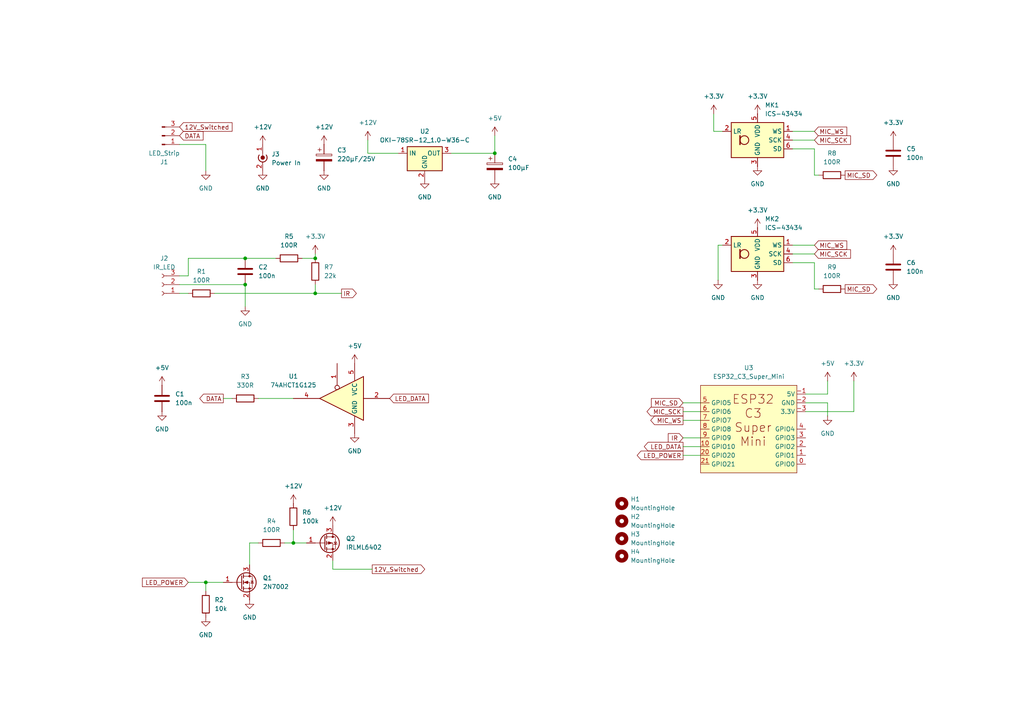
<source format=kicad_sch>
(kicad_sch (version 20250114) (generator "eeschema") (generator_version "9.0")
  (paper "A4")
  (lib_symbols
    (symbol "74xGxx:74AHCT1G125"
      (property "Reference" "U" (at -2.54 3.81 0))
      (property "Value" "74AHCT1G125" (at 0 -3.81 0))
      (symbol "74AHCT1G125_0_1"
        (polyline (pts (xy -7.62 6.35) (xy -7.62 -6.35) (xy 5.08 0) (xy -7.62 6.35)) (stroke (width 0.254)) (fill (type background)))
      )
      (symbol "74AHCT1G125_1_1"
        (pin input line (at -15.24 0 0) (length 7.62) (name "~") (number "2"))
        (pin power_in line (at -5.08 10.16 270) (length 5.08) (name "VCC") (number "5"))
        (pin power_in line (at -5.08 -10.16 90) (length 5.08) (name "GND") (number "3"))
        (pin input inverted (at 0 10.16 270) (length 7.62) (name "~") (number "1"))
        (pin tri_state line (at 12.7 0 180) (length 7.62) (name "~") (number "4"))
      )
    )
    (symbol "Connector:Conn_01x03_Pin" (pin_names (offset 1.016) (hide yes))
      (property "Reference" "J" (at 0 5.08 0))
      (property "Value" "Conn_01x03_Pin" (at 0 -5.08 0))
      (symbol "Conn_01x03_Pin_1_1"
        (rectangle (start 0.8636 2.667) (end 0 2.413) (stroke (width 0.1524)) (fill (type outline)))
        (rectangle (start 0.8636 0.127) (end 0 -0.127) (stroke (width 0.1524)) (fill (type outline)))
        (rectangle (start 0.8636 -2.413) (end 0 -2.667) (stroke (width 0.1524)) (fill (type outline)))
        (polyline (pts (xy 1.27 2.54) (xy 0.8636 2.54)) (stroke (width 0.1524)))
        (polyline (pts (xy 1.27 0) (xy 0.8636 0)) (stroke (width 0.1524)))
        (polyline (pts (xy 1.27 -2.54) (xy 0.8636 -2.54)) (stroke (width 0.1524)))
        (pin passive line (at 5.08 2.54 180) (length 3.81) (name "Pin_1") (number "1"))
        (pin passive line (at 5.08 0 180) (length 3.81) (name "Pin_2") (number "2"))
        (pin passive line (at 5.08 -2.54 180) (length 3.81) (name "Pin_3") (number "3"))
      )
    )
    (symbol "Connector:Conn_01x03_Socket" (pin_names (offset 1.016) (hide yes))
      (property "Reference" "J" (at 0 5.08 0))
      (property "Value" "Conn_01x03_Socket" (at 0 -5.08 0))
      (symbol "Conn_01x03_Socket_1_1"
        (polyline (pts (xy -1.27 2.54) (xy -0.508 2.54)) (stroke (width 0.1524)))
        (polyline (pts (xy -1.27 0) (xy -0.508 0)) (stroke (width 0.1524)))
        (polyline (pts (xy -1.27 -2.54) (xy -0.508 -2.54)) (stroke (width 0.1524)))
        (arc (start 0 2.032) (mid -0.5058 2.54) (end 0 3.048) (stroke (width 0.1524)))
        (arc (start 0 -0.508) (mid -0.5058 0) (end 0 0.508) (stroke (width 0.1524)))
        (arc (start 0 -3.048) (mid -0.5058 -2.54) (end 0 -2.032) (stroke (width 0.1524)))
        (pin passive line (at -5.08 2.54 0) (length 3.81) (name "Pin_1") (number "1"))
        (pin passive line (at -5.08 0 0) (length 3.81) (name "Pin_2") (number "2"))
        (pin passive line (at -5.08 -2.54 0) (length 3.81) (name "Pin_3") (number "3"))
      )
    )
    (symbol "Connector:Conn_Coaxial_Power" (pin_names (offset 1.016) (hide yes))
      (property "Reference" "J" (at -5.08 -1.27 90))
      (property "Value" "Conn_Coaxial_Power" (at -3.175 -1.27 90))
      (symbol "Conn_Coaxial_Power_0_1"
        (arc (start 1.016 -0.508) (mid 1.2048 -0.8684) (end 1.27 -1.27) (stroke (width 0.254)))
        (polyline (pts (xy 0 0) (xy 0 -1.27)))
        (arc (start 1.27 -1.27) (mid 0 -2.5345) (end -1.27 -1.27) (stroke (width 0.254)))
        (arc (start -1.27 -1.27) (mid -1.2048 -0.8684) (end -1.016 -0.508) (stroke (width 0.254)))
        (circle (center 0 -1.27) (radius 0.508) (stroke (width 0.2032)) (fill (type outline)))
        (polyline (pts (xy 0 -2.54) (xy 0 -3.048)))
      )
      (symbol "Conn_Coaxial_Power_1_1"
        (pin passive line (at 0 2.54 270) (length 2.54) (name "In") (number "1"))
        (pin passive line (at 0 -5.08 90) (length 2.54) (name "Ext") (number "2"))
      )
    )
    (symbol "Converter_DCDC:OKI-78SR-12_1.0-W36-C"
      (property "Reference" "U" (at -3.81 3.175 0))
      (property "Value" "OKI-78SR-12_1.0-W36-C" (at 0 3.175 0))
      (symbol "OKI-78SR-12_1.0-W36-C_0_1"
        (rectangle (start -5.08 1.905) (end 5.08 -5.08) (stroke (width 0.254)) (fill (type background)))
      )
      (symbol "OKI-78SR-12_1.0-W36-C_1_1"
        (pin power_in line (at -7.62 0 0) (length 2.54) (name "IN") (number "1"))
        (pin power_in line (at 0 -7.62 90) (length 2.54) (name "GND") (number "2"))
        (pin power_out line (at 7.62 0 180) (length 2.54) (name "OUT") (number "3"))
      )
    )
    (symbol "Device:C" (pin_numbers (hide yes)) (pin_names (offset 0.254))
      (property "Reference" "C" (at 0.635 2.54 0))
      (property "Value" "C" (at 0.635 -2.54 0))
      (symbol "C_0_1"
        (polyline (pts (xy -2.032 0.762) (xy 2.032 0.762)) (stroke (width 0.508)))
        (polyline (pts (xy -2.032 -0.762) (xy 2.032 -0.762)) (stroke (width 0.508)))
      )
      (symbol "C_1_1"
        (pin passive line (at 0 3.81 270) (length 2.794) (name "~") (number "1"))
        (pin passive line (at 0 -3.81 90) (length 2.794) (name "~") (number "2"))
      )
    )
    (symbol "Device:C_Polarized" (pin_numbers (hide yes)) (pin_names (offset 0.254))
      (property "Reference" "C" (at 0.635 2.54 0))
      (property "Value" "C_Polarized" (at 0.635 -2.54 0))
      (symbol "C_Polarized_0_1"
        (rectangle (start -2.286 0.508) (end 2.286 1.016))
        (polyline (pts (xy -1.778 2.286) (xy -0.762 2.286)))
        (polyline (pts (xy -1.27 2.794) (xy -1.27 1.778)))
        (rectangle (start 2.286 -0.508) (end -2.286 -1.016) (fill (type outline)))
      )
      (symbol "C_Polarized_1_1"
        (pin passive line (at 0 3.81 270) (length 2.794) (name "~") (number "1"))
        (pin passive line (at 0 -3.81 90) (length 2.794) (name "~") (number "2"))
      )
    )
    (symbol "Device:R" (pin_numbers (hide yes)) (pin_names (offset 0))
      (property "Reference" "R" (at 2.032 0 90))
      (property "Value" "R" (at 0 0 90))
      (symbol "R_0_1"
        (rectangle (start -1.016 -2.54) (end 1.016 2.54) (stroke (width 0.254)))
      )
      (symbol "R_1_1"
        (pin passive line (at 0 3.81 270) (length 1.27) (name "~") (number "1"))
        (pin passive line (at 0 -3.81 90) (length 1.27) (name "~") (number "2"))
      )
    )
    (symbol "ESP32-C3-SuperMini:ESP32_C2_Super_Mini"
      (property "Reference" "U1" (at -1.27 15.24 0))
      (property "Value" "ESP32_C3_Super_Mini" (at -1.27 12.7 0))
      (symbol "ESP32_C2_Super_Mini_0_1"
        (rectangle (start -15.24 10.16) (end 12.7 -15.24) (fill (type background)))
      )
      (symbol "ESP32_C2_Super_Mini_1_0"
        (text "ESP32\nC3\nSuper\nMini" (at 0 0 0) (effects (font (size 2.54 2.54))))
      )
      (symbol "ESP32_C2_Super_Mini_1_1"
        (pin bidirectional line (at -15.24 5.08 0) (length 2.54) (name "GPIO5") (number "5"))
        (pin bidirectional line (at -15.24 2.54 0) (length 2.54) (name "GPIO6") (number "6"))
        (pin bidirectional line (at -15.24 0 0) (length 2.54) (name "GPIO7") (number "7"))
        (pin bidirectional line (at -15.24 -2.54 0) (length 2.54) (name "GPIO8") (number "8"))
        (pin bidirectional line (at -15.24 -5.08 0) (length 2.54) (name "GPIO9") (number "9"))
        (pin bidirectional line (at -15.24 -7.62 0) (length 2.54) (name "GPIO10") (number "10"))
        (pin bidirectional line (at -15.24 -10.16 0) (length 2.54) (name "GPIO20") (number "20"))
        (pin bidirectional line (at -15.24 -12.7 0) (length 2.54) (name "GPIO21") (number "21"))
        (pin power_in line (at 15.24 7.62 180) (length 2.54) (name "5V") (number "-1"))
        (pin power_in line (at 15.24 5.08 180) (length 2.54) (name "GND") (number "-2"))
        (pin power_out line (at 15.24 2.54 180) (length 2.54) (name "3.3V") (number "-3"))
        (pin bidirectional line (at 15.24 -2.54 180) (length 2.54) (name "GPIO4") (number "4"))
        (pin bidirectional line (at 15.24 -5.08 180) (length 2.54) (name "GPIO3") (number "3"))
        (pin bidirectional line (at 15.24 -7.62 180) (length 2.54) (name "GPIO2") (number "2"))
        (pin bidirectional line (at 15.24 -10.16 180) (length 2.54) (name "GPIO1") (number "1"))
        (pin bidirectional line (at 15.24 -12.7 180) (length 2.54) (name "GPIO0") (number "0"))
      )
    )
    (symbol "Mechanical:MountingHole" (pin_names (offset 1.016)) (in_bom no)
      (property "Reference" "H" (at 0 5.08 0))
      (property "Value" "MountingHole" (at 0 3.175 0))
      (symbol "MountingHole_0_1"
        (circle (center 0 0) (radius 1.27) (stroke (width 1.27)))
      )
    )
    (symbol "Sensor_Audio:ICS-43434"
      (property "Reference" "MK" (at -7.62 6.35 0))
      (property "Value" "ICS-43434" (at 1.27 6.35 0))
      (symbol "ICS-43434_1_1"
        (rectangle (start -7.62 5.08) (end 7.62 -5.08) (stroke (width 0.254)) (fill (type background)))
        (polyline (pts (xy -5.08 1.27) (xy -5.08 -1.27)) (stroke (width 0.381)))
        (circle (center -3.81 0) (radius 1.27) (stroke (width 0.254)))
        (pin input line (at -10.16 2.54 0) (length 2.54) (name "LR") (number "2"))
        (pin power_in line (at 0 7.62 270) (length 2.54) (name "VDD") (number "5"))
        (pin power_in line (at 0 -7.62 90) (length 2.54) (name "GND") (number "3"))
        (pin input line (at 10.16 2.54 180) (length 2.54) (name "WS") (number "1"))
        (pin input line (at 10.16 0 180) (length 2.54) (name "SCK") (number "4"))
        (pin output line (at 10.16 -2.54 180) (length 2.54) (name "SD") (number "6"))
      )
    )
    (symbol "Transistor_FET:2N7002" (pin_names (offset 0) (hide yes))
      (property "Reference" "Q" (at 5.08 1.905 0))
      (property "Value" "2N7002" (at 5.08 0 0))
      (symbol "2N7002_0_1"
        (polyline (pts (xy 0.254 1.905) (xy 0.254 -1.905)) (stroke (width 0.254)))
        (polyline (pts (xy 0.254 0) (xy -2.54 0)))
        (polyline (pts (xy 0.762 2.286) (xy 0.762 1.27)) (stroke (width 0.254)))
        (polyline (pts (xy 0.762 0.508) (xy 0.762 -0.508)) (stroke (width 0.254)))
        (polyline (pts (xy 0.762 -1.27) (xy 0.762 -2.286)) (stroke (width 0.254)))
        (polyline (pts (xy 0.762 -1.778) (xy 3.302 -1.778) (xy 3.302 1.778) (xy 0.762 1.778)))
        (polyline (pts (xy 1.016 0) (xy 2.032 0.381) (xy 2.032 -0.381) (xy 1.016 0)) (fill (type outline)))
        (circle (center 1.651 0) (radius 2.794) (stroke (width 0.254)))
        (polyline (pts (xy 2.54 2.54) (xy 2.54 1.778)))
        (circle (center 2.54 1.778) (radius 0.254) (fill (type outline)))
        (circle (center 2.54 -1.778) (radius 0.254) (fill (type outline)))
        (polyline (pts (xy 2.54 -2.54) (xy 2.54 0) (xy 0.762 0)))
        (polyline (pts (xy 2.921 0.381) (xy 3.683 0.381)))
        (polyline (pts (xy 3.302 0.381) (xy 2.921 -0.254) (xy 3.683 -0.254) (xy 3.302 0.381)))
      )
      (symbol "2N7002_1_1"
        (pin input line (at -5.08 0 0) (length 2.54) (name "G") (number "1"))
        (pin passive line (at 2.54 5.08 270) (length 2.54) (name "D") (number "3"))
        (pin passive line (at 2.54 -5.08 90) (length 2.54) (name "S") (number "2"))
      )
    )
    (symbol "Transistor_FET:IRLML6402" (pin_names (hide yes))
      (property "Reference" "Q" (at 5.08 1.905 0))
      (property "Value" "IRLML6402" (at 5.08 0 0))
      (symbol "IRLML6402_0_1"
        (polyline (pts (xy 0.254 1.905) (xy 0.254 -1.905)) (stroke (width 0.254)))
        (polyline (pts (xy 0.254 0) (xy -2.54 0)))
        (polyline (pts (xy 0.762 2.286) (xy 0.762 1.27)) (stroke (width 0.254)))
        (polyline (pts (xy 0.762 1.778) (xy 3.302 1.778) (xy 3.302 -1.778) (xy 0.762 -1.778)))
        (polyline (pts (xy 0.762 0.508) (xy 0.762 -0.508)) (stroke (width 0.254)))
        (polyline (pts (xy 0.762 -1.27) (xy 0.762 -2.286)) (stroke (width 0.254)))
        (circle (center 1.651 0) (radius 2.794) (stroke (width 0.254)))
        (polyline (pts (xy 2.286 0) (xy 1.27 0.381) (xy 1.27 -0.381) (xy 2.286 0)) (fill (type outline)))
        (polyline (pts (xy 2.54 2.54) (xy 2.54 1.778)))
        (circle (center 2.54 1.778) (radius 0.254) (fill (type outline)))
        (circle (center 2.54 -1.778) (radius 0.254) (fill (type outline)))
        (polyline (pts (xy 2.54 -2.54) (xy 2.54 0) (xy 0.762 0)))
        (polyline (pts (xy 2.794 -0.508) (xy 2.921 -0.381) (xy 3.683 -0.381) (xy 3.81 -0.254)))
        (polyline (pts (xy 3.302 -0.381) (xy 2.921 0.254) (xy 3.683 0.254) (xy 3.302 -0.381)))
      )
      (symbol "IRLML6402_1_1"
        (pin input line (at -5.08 0 0) (length 2.54) (name "G") (number "1"))
        (pin passive line (at 2.54 5.08 270) (length 2.54) (name "D") (number "3"))
        (pin passive line (at 2.54 -5.08 90) (length 2.54) (name "S") (number "2"))
      )
    )
    (symbol "power:+12V" (power) (pin_numbers (hide yes)) (pin_names (offset 0) (hide yes))
      (property "Value" "+12V" (at 0 3.556 0))
      (symbol "+12V_0_1"
        (polyline (pts (xy -0.762 1.27) (xy 0 2.54)))
        (polyline (pts (xy 0 2.54) (xy 0.762 1.27)))
        (polyline (pts (xy 0 0) (xy 0 2.54)))
      )
      (symbol "+12V_1_1"
        (pin power_in line (at 0 0 90) (length 0) (name "~") (number "1"))
      )
    )
    (symbol "power:+3.3V" (power) (pin_numbers (hide yes)) (pin_names (offset 0) (hide yes))
      (property "Value" "+3.3V" (at 0 3.556 0))
      (symbol "+3.3V_0_1"
        (polyline (pts (xy -0.762 1.27) (xy 0 2.54)))
        (polyline (pts (xy 0 2.54) (xy 0.762 1.27)))
        (polyline (pts (xy 0 0) (xy 0 2.54)))
      )
      (symbol "+3.3V_1_1"
        (pin power_in line (at 0 0 90) (length 0) (name "~") (number "1"))
      )
    )
    (symbol "power:+5V" (power) (pin_numbers (hide yes)) (pin_names (offset 0) (hide yes))
      (property "Value" "+5V" (at 0 3.556 0))
      (symbol "+5V_0_1"
        (polyline (pts (xy -0.762 1.27) (xy 0 2.54)))
        (polyline (pts (xy 0 2.54) (xy 0.762 1.27)))
        (polyline (pts (xy 0 0) (xy 0 2.54)))
      )
      (symbol "+5V_1_1"
        (pin power_in line (at 0 0 90) (length 0) (name "~") (number "1"))
      )
    )
    (symbol "power:GND" (power) (pin_numbers (hide yes)) (pin_names (offset 0) (hide yes))
      (property "Value" "GND" (at 0 -3.81 0))
      (symbol "GND_0_1"
        (polyline (pts (xy 0 0) (xy 0 -1.27) (xy 1.27 -1.27) (xy 0 -2.54) (xy -1.27 -1.27) (xy 0 -1.27)))
      )
      (symbol "GND_1_1"
        (pin power_in line (at 0 0 270) (length 0) (name "~") (number "1"))
      )
    )
  )
  (junction (at 91.44 85.09))
  (junction (at 91.44 74.93))
  (junction (at 59.69 168.91))
  (junction (at 143.51 44.45))
  (junction (at 71.12 74.93))
  (junction (at 85.09 157.48))
  (junction (at 71.12 82.55))
  (wire (pts (xy 74.93 115.57) (xy 85.09 115.57)))
  (wire (pts (xy 207.01 38.1) (xy 209.55 38.1)))
  (wire (pts (xy 106.68 44.45) (xy 106.68 40.64)))
  (wire (pts (xy 130.81 44.45) (xy 143.51 44.45)))
  (wire (pts (xy 237.49 50.8) (xy 236.22 50.8)))
  (wire (pts (xy 209.55 71.12) (xy 208.28 71.12)))
  (wire (pts (xy 107.95 165.1) (xy 96.52 165.1)))
  (wire (pts (xy 233.68 116.84) (xy 240.03 116.84)))
  (wire (pts (xy 229.87 73.66) (xy 236.22 73.66)))
  (wire (pts (xy 59.69 168.91) (xy 59.69 171.45)))
  (wire (pts (xy 72.39 157.48) (xy 72.39 163.83)))
  (wire (pts (xy 52.07 80.01) (xy 54.61 80.01)))
  (wire (pts (xy 96.52 165.1) (xy 96.52 162.56)))
  (wire (pts (xy 236.22 83.82) (xy 236.22 76.2)))
  (wire (pts (xy 198.12 132.08) (xy 203.2 132.08)))
  (wire (pts (xy 52.07 82.55) (xy 71.12 82.55)))
  (wire (pts (xy 240.03 114.3) (xy 233.68 114.3)))
  (wire (pts (xy 236.22 50.8) (xy 236.22 43.18)))
  (wire (pts (xy 91.44 82.55) (xy 91.44 85.09)))
  (wire (pts (xy 67.31 115.57) (xy 64.77 115.57)))
  (wire (pts (xy 99.06 85.09) (xy 91.44 85.09)))
  (wire (pts (xy 52.07 85.09) (xy 54.61 85.09)))
  (wire (pts (xy 208.28 71.12) (xy 208.28 81.28)))
  (wire (pts (xy 71.12 82.55) (xy 71.12 88.9)))
  (wire (pts (xy 229.87 38.1) (xy 236.22 38.1)))
  (wire (pts (xy 198.12 119.38) (xy 203.2 119.38)))
  (wire (pts (xy 229.87 71.12) (xy 236.22 71.12)))
  (wire (pts (xy 207.01 33.02) (xy 207.01 38.1)))
  (wire (pts (xy 85.09 157.48) (xy 85.09 153.67)))
  (wire (pts (xy 54.61 74.93) (xy 54.61 80.01)))
  (wire (pts (xy 240.03 110.49) (xy 240.03 114.3)))
  (wire (pts (xy 229.87 40.64) (xy 236.22 40.64)))
  (wire (pts (xy 229.87 43.18) (xy 236.22 43.18)))
  (wire (pts (xy 82.55 157.48) (xy 85.09 157.48)))
  (wire (pts (xy 198.12 121.92) (xy 203.2 121.92)))
  (wire (pts (xy 54.61 168.91) (xy 59.69 168.91)))
  (wire (pts (xy 198.12 127) (xy 203.2 127)))
  (wire (pts (xy 80.01 74.93) (xy 71.12 74.93)))
  (wire (pts (xy 59.69 41.91) (xy 59.69 49.53)))
  (wire (pts (xy 115.57 44.45) (xy 106.68 44.45)))
  (wire (pts (xy 64.77 168.91) (xy 59.69 168.91)))
  (wire (pts (xy 91.44 74.93) (xy 87.63 74.93)))
  (wire (pts (xy 91.44 85.09) (xy 62.23 85.09)))
  (wire (pts (xy 143.51 44.45) (xy 143.51 39.37)))
  (wire (pts (xy 233.68 119.38) (xy 247.65 119.38)))
  (wire (pts (xy 247.65 119.38) (xy 247.65 110.49)))
  (wire (pts (xy 74.93 157.48) (xy 72.39 157.48)))
  (wire (pts (xy 198.12 129.54) (xy 203.2 129.54)))
  (wire (pts (xy 198.12 116.84) (xy 203.2 116.84)))
  (wire (pts (xy 237.49 83.82) (xy 236.22 83.82)))
  (wire (pts (xy 91.44 73.66) (xy 91.44 74.93)))
  (wire (pts (xy 88.9 157.48) (xy 85.09 157.48)))
  (wire (pts (xy 229.87 76.2) (xy 236.22 76.2)))
  (wire (pts (xy 52.07 41.91) (xy 59.69 41.91)))
  (wire (pts (xy 54.61 74.93) (xy 71.12 74.93)))
  (wire (pts (xy 240.03 116.84) (xy 240.03 120.65)))
  (global_label "LED_POWER" (shape input) (at 54.61 168.91 180) (property "Intersheetrefs" "${INTERSHEET_REFS}" (effects (hide yes))))
  (global_label "MIC_SCK" (shape input) (at 236.22 73.66 0) (property "Intersheetrefs" "${INTERSHEET_REFS}" (effects (hide yes))))
  (global_label "DATA" (shape output) (at 64.77 115.57 180) (property "Intersheetrefs" "${INTERSHEET_REFS}" (effects (hide yes))))
  (global_label "MIC_SD" (shape output) (at 245.11 50.8 0) (property "Intersheetrefs" "${INTERSHEET_REFS}" (effects (hide yes))))
  (global_label "LED_DATA" (shape input) (at 113.03 115.57 0) (property "Intersheetrefs" "${INTERSHEET_REFS}" (effects (hide yes))))
  (global_label "LED_DATA" (shape output) (at 198.12 129.54 180) (property "Intersheetrefs" "${INTERSHEET_REFS}" (effects (hide yes))))
  (global_label "12V_Switched" (shape output) (at 107.95 165.1 0) (property "Intersheetrefs" "${INTERSHEET_REFS}" (effects (hide yes))))
  (global_label "MIC_SCK" (shape output) (at 198.12 119.38 180) (property "Intersheetrefs" "${INTERSHEET_REFS}" (effects (hide yes))))
  (global_label "MIC_SD" (shape output) (at 245.11 83.82 0) (property "Intersheetrefs" "${INTERSHEET_REFS}" (effects (hide yes))))
  (global_label "MIC_WS" (shape output) (at 198.12 121.92 180) (property "Intersheetrefs" "${INTERSHEET_REFS}" (effects (hide yes))))
  (global_label "MIC_SD" (shape input) (at 198.12 116.84 180) (property "Intersheetrefs" "${INTERSHEET_REFS}" (effects (hide yes))))
  (global_label "MIC_WS" (shape input) (at 236.22 71.12 0) (property "Intersheetrefs" "${INTERSHEET_REFS}" (effects (hide yes))))
  (global_label "MIC_SCK" (shape input) (at 236.22 40.64 0) (property "Intersheetrefs" "${INTERSHEET_REFS}" (effects (hide yes))))
  (global_label "IR" (shape input) (at 198.12 127 180) (property "Intersheetrefs" "${INTERSHEET_REFS}" (effects (hide yes))))
  (global_label "DATA" (shape input) (at 52.07 39.37 0) (property "Intersheetrefs" "${INTERSHEET_REFS}" (effects (hide yes))))
  (global_label "MIC_WS" (shape input) (at 236.22 38.1 0) (property "Intersheetrefs" "${INTERSHEET_REFS}" (effects (hide yes))))
  (global_label "LED_POWER" (shape output) (at 198.12 132.08 180) (property "Intersheetrefs" "${INTERSHEET_REFS}" (effects (hide yes))))
  (global_label "IR" (shape output) (at 99.06 85.09 0) (property "Intersheetrefs" "${INTERSHEET_REFS}" (effects (hide yes))))
  (global_label "12V_Switched" (shape input) (at 52.07 36.83 0) (property "Intersheetrefs" "${INTERSHEET_REFS}" (effects (hide yes))))
  (symbol (lib_id "Connector:Conn_01x03_Pin") (at 46.99 39.37 0) (mirror x) (unit 1)
    (property "Reference" "J1" (at 47.625 46.99 0))
    (property "Value" "LED_Strip" (at 47.625 44.45 0))
    (property "Footprint" "Connector_JST:JST_PH_S3B-PH-SM4-TB_1x03-1MP_P2.00mm_Horizontal" (effects (hide yes)))
    (property "Description" "Generic connector, single row, 01x03, script generated" (effects (hide yes)))
  )
  (symbol (lib_id "Sensor_Audio:ICS-43434") (at 219.71 73.66 0) (unit 1)
    (property "Reference" "MK2" (at 221.8533 63.5 0) (effects (justify left)))
    (property "Value" "ICS-43434" (at 221.8533 66.04 0) (effects (justify left)))
    (property "Footprint" "Sensor_Audio:InvenSense_ICS-43434-6_3.5x2.65mm" (effects (hide yes)))
    (property "Datasheet" "https://www.invensense.com/wp-content/uploads/2016/02/DS-000069-ICS-43434-v1.2.pdf" (effects (hide yes)))
    (property "Description" "TDK InvenSense MEMS Microphone, 24-bit I2S, 65 dBA SNR, LGA-6" (effects (hide yes)))
  )
  (symbol (lib_id "power:+12V") (at 76.2 41.91 0) (unit 1)
    (property "Reference" "#PWR07" (effects (hide yes)))
    (property "Value" "+12V" (at 76.2 36.83 0))
    (property "Description" "Power symbol creates a global label with name \"+12V\"" (effects (hide yes)))
  )
  (symbol (lib_id "power:+12V") (at 96.52 152.4 0) (unit 1)
    (property "Reference" "#PWR013" (effects (hide yes)))
    (property "Value" "+12V" (at 96.52 147.32 0))
    (property "Description" "Power symbol creates a global label with name \"+12V\"" (effects (hide yes)))
  )
  (symbol (lib_id "power:+12V") (at 85.09 146.05 0) (unit 1)
    (property "Reference" "#PWR09" (effects (hide yes)))
    (property "Value" "+12V" (at 85.09 140.97 0))
    (property "Description" "Power symbol creates a global label with name \"+12V\"" (effects (hide yes)))
  )
  (symbol (lib_id "Transistor_FET:2N7002") (at 69.85 168.91 0) (unit 1)
    (property "Reference" "Q1" (at 76.2 167.6399 0) (effects (justify left)))
    (property "Value" "2N7002" (at 76.2 170.1799 0) (effects (justify left)))
    (property "Footprint" "Package_TO_SOT_SMD:SOT-23" (effects (hide yes)))
    (property "Datasheet" "https://www.onsemi.com/pub/Collateral/NDS7002A-D.PDF" (effects (hide yes)))
    (property "Description" "0.115A Id, 60V Vds, N-Channel MOSFET, SOT-23" (effects (hide yes)))
  )
  (symbol (lib_id "Device:C") (at 46.99 115.57 0) (unit 1)
    (property "Reference" "C1" (at 50.8 114.2999 0) (effects (justify left)))
    (property "Value" "100n" (at 50.8 116.8399 0) (effects (justify left)))
    (property "Footprint" "Capacitor_SMD:C_0805_2012Metric" (effects (hide yes)))
    (property "Description" "Unpolarized capacitor" (effects (hide yes)))
  )
  (symbol (lib_id "Mechanical:MountingHole") (at 180.34 151.13 0) (unit 1) (in_bom no)
    (property "Reference" "H2" (at 182.88 149.8599 0) (effects (justify left)))
    (property "Value" "MountingHole" (at 182.88 152.3999 0) (effects (justify left)))
    (property "Footprint" "MountingHole:MountingHole_2.1mm" (effects (hide yes)))
    (property "Description" "Mounting Hole without connection" (effects (hide yes)))
  )
  (symbol (lib_id "Device:C") (at 71.12 78.74 0) (unit 1)
    (property "Reference" "C2" (at 74.93 77.4699 0) (effects (justify left)))
    (property "Value" "100n" (at 74.93 80.0099 0) (effects (justify left)))
    (property "Footprint" "Capacitor_SMD:C_0805_2012Metric" (effects (hide yes)))
    (property "Description" "Unpolarized capacitor" (effects (hide yes)))
  )
  (symbol (lib_id "power:+3.3V") (at 259.08 40.64 0) (unit 1)
    (property "Reference" "#PWR029" (effects (hide yes)))
    (property "Value" "+3.3V" (at 259.08 35.56 0))
    (property "Description" "Power symbol creates a global label with name \"+3.3V\"" (effects (hide yes)))
  )
  (symbol (lib_id "74xGxx:74AHCT1G125") (at 97.79 115.57 0) (mirror y) (unit 1)
    (property "Reference" "U1" (at 85.09 109.1498 0))
    (property "Value" "74AHCT1G125" (at 85.09 111.6898 0))
    (property "Footprint" "Package_TO_SOT_SMD:SOT-353_SC-70-5" (effects (hide yes)))
    (property "Datasheet" "http://www.ti.com/lit/sg/scyt129e/scyt129e.pdf" (effects (hide yes)))
    (property "Description" "Single Buffer Gate Tri-State, Low-Voltage CMOS" (effects (hide yes)))
  )
  (symbol (lib_id "Device:R") (at 78.74 157.48 270) (unit 1)
    (property "Reference" "R4" (at 78.74 151.13 90))
    (property "Value" "100R" (at 78.74 153.67 90))
    (property "Footprint" "Resistor_SMD:R_0805_2012Metric" (effects (hide yes)))
    (property "Description" "Resistor" (effects (hide yes)))
  )
  (symbol (lib_id "power:+5V") (at 240.03 110.49 0) (unit 1)
    (property "Reference" "#PWR026" (effects (hide yes)))
    (property "Value" "+5V" (at 240.03 105.41 0))
    (property "Description" "Power symbol creates a global label with name \"+5V\"" (effects (hide yes)))
  )
  (symbol (lib_id "power:GND") (at 123.19 52.07 0) (unit 1)
    (property "Reference" "#PWR017" (effects (hide yes)))
    (property "Value" "GND" (at 123.19 57.15 0))
    (property "Description" "Power symbol creates a global label with name \"GND\" , ground" (effects (hide yes)))
  )
  (symbol (lib_id "power:+5V") (at 46.99 111.76 0) (unit 1)
    (property "Reference" "#PWR01" (effects (hide yes)))
    (property "Value" "+5V" (at 46.99 106.68 0))
    (property "Description" "Power symbol creates a global label with name \"+5V\"" (effects (hide yes)))
  )
  (symbol (lib_id "power:+3.3V") (at 259.08 73.66 0) (unit 1)
    (property "Reference" "#PWR031" (effects (hide yes)))
    (property "Value" "+3.3V" (at 259.08 68.58 0))
    (property "Description" "Power symbol creates a global label with name \"+3.3V\"" (effects (hide yes)))
  )
  (symbol (lib_id "power:+3.3V") (at 91.44 73.66 0) (unit 1)
    (property "Reference" "#PWR010" (effects (hide yes)))
    (property "Value" "+3.3V" (at 91.44 68.58 0))
    (property "Description" "Power symbol creates a global label with name \"+3.3V\"" (effects (hide yes)))
  )
  (symbol (lib_id "power:GND") (at 240.03 120.65 0) (unit 1)
    (property "Reference" "#PWR027" (effects (hide yes)))
    (property "Value" "GND" (at 240.03 125.73 0))
    (property "Description" "Power symbol creates a global label with name \"GND\" , ground" (effects (hide yes)))
  )
  (symbol (lib_id "power:GND") (at 259.08 81.28 0) (unit 1)
    (property "Reference" "#PWR032" (effects (hide yes)))
    (property "Value" "GND" (at 259.08 86.36 0))
    (property "Description" "Power symbol creates a global label with name \"GND\" , ground" (effects (hide yes)))
  )
  (symbol (lib_id "Device:R") (at 59.69 175.26 0) (unit 1)
    (property "Reference" "R2" (at 62.23 173.9899 0) (effects (justify left)))
    (property "Value" "10k" (at 62.23 176.5299 0) (effects (justify left)))
    (property "Footprint" "Resistor_SMD:R_0805_2012Metric" (effects (hide yes)))
    (property "Description" "Resistor" (effects (hide yes)))
  )
  (symbol (lib_id "power:+3.3V") (at 207.01 33.02 0) (unit 1)
    (property "Reference" "#PWR020" (effects (hide yes)))
    (property "Value" "+3.3V" (at 207.01 27.94 0))
    (property "Description" "Power symbol creates a global label with name \"+3.3V\"" (effects (hide yes)))
  )
  (symbol (lib_id "power:GND") (at 46.99 119.38 0) (unit 1)
    (property "Reference" "#PWR02" (effects (hide yes)))
    (property "Value" "GND" (at 46.99 124.46 0))
    (property "Description" "Power symbol creates a global label with name \"GND\" , ground" (effects (hide yes)))
  )
  (symbol (lib_id "power:GND") (at 102.87 125.73 0) (unit 1)
    (property "Reference" "#PWR015" (effects (hide yes)))
    (property "Value" "GND" (at 102.87 130.81 0))
    (property "Description" "Power symbol creates a global label with name \"GND\" , ground" (effects (hide yes)))
  )
  (symbol (lib_id "Device:C") (at 259.08 77.47 0) (unit 1)
    (property "Reference" "C6" (at 262.89 76.1999 0) (effects (justify left)))
    (property "Value" "100n" (at 262.89 78.7399 0) (effects (justify left)))
    (property "Footprint" "Capacitor_SMD:C_0805_2012Metric" (effects (hide yes)))
    (property "Description" "Unpolarized capacitor" (effects (hide yes)))
  )
  (symbol (lib_id "power:+12V") (at 106.68 40.64 0) (unit 1)
    (property "Reference" "#PWR016" (effects (hide yes)))
    (property "Value" "+12V" (at 106.68 35.56 0))
    (property "Description" "Power symbol creates a global label with name \"+12V\"" (effects (hide yes)))
  )
  (symbol (lib_id "power:+5V") (at 102.87 105.41 0) (unit 1)
    (property "Reference" "#PWR014" (effects (hide yes)))
    (property "Value" "+5V" (at 102.87 100.33 0))
    (property "Description" "Power symbol creates a global label with name \"+5V\"" (effects (hide yes)))
  )
  (symbol (lib_id "Sensor_Audio:ICS-43434") (at 219.71 40.64 0) (unit 1)
    (property "Reference" "MK1" (at 221.8533 30.48 0) (effects (justify left)))
    (property "Value" "ICS-43434" (at 221.8533 33.02 0) (effects (justify left)))
    (property "Footprint" "Sensor_Audio:InvenSense_ICS-43434-6_3.5x2.65mm" (effects (hide yes)))
    (property "Datasheet" "https://www.invensense.com/wp-content/uploads/2016/02/DS-000069-ICS-43434-v1.2.pdf" (effects (hide yes)))
    (property "Description" "TDK InvenSense MEMS Microphone, 24-bit I2S, 65 dBA SNR, LGA-6" (effects (hide yes)))
  )
  (symbol (lib_id "Connector:Conn_01x03_Socket") (at 46.99 82.55 180) (unit 1)
    (property "Reference" "J2" (at 47.625 74.93 0))
    (property "Value" "IR_LED" (at 47.625 77.47 0))
    (property "Footprint" "Connector_PinSocket_2.54mm:PinSocket_1x03_P2.54mm_Horizontal" (effects (hide yes)))
    (property "Description" "Generic connector, single row, 01x03, script generated" (effects (hide yes)))
  )
  (symbol (lib_id "power:+12V") (at 93.98 41.91 0) (unit 1)
    (property "Reference" "#PWR011" (effects (hide yes)))
    (property "Value" "+12V" (at 93.98 36.83 0))
    (property "Description" "Power symbol creates a global label with name \"+12V\"" (effects (hide yes)))
  )
  (symbol (lib_id "power:GND") (at 219.71 81.28 0) (unit 1)
    (property "Reference" "#PWR025" (effects (hide yes)))
    (property "Value" "GND" (at 219.71 86.36 0))
    (property "Description" "Power symbol creates a global label with name \"GND\" , ground" (effects (hide yes)))
  )
  (symbol (lib_id "Device:R") (at 241.3 83.82 90) (unit 1)
    (property "Reference" "R9" (at 241.3 77.47 90))
    (property "Value" "100R" (at 241.3 80.01 90))
    (property "Footprint" "Resistor_SMD:R_0805_2012Metric" (effects (hide yes)))
    (property "Description" "Resistor" (effects (hide yes)))
  )
  (symbol (lib_id "Mechanical:MountingHole") (at 180.34 146.05 0) (unit 1) (in_bom no)
    (property "Reference" "H1" (at 182.88 144.7799 0) (effects (justify left)))
    (property "Value" "MountingHole" (at 182.88 147.3199 0) (effects (justify left)))
    (property "Footprint" "MountingHole:MountingHole_2.1mm" (effects (hide yes)))
    (property "Description" "Mounting Hole without connection" (effects (hide yes)))
  )
  (symbol (lib_id "power:GND") (at 259.08 48.26 0) (unit 1)
    (property "Reference" "#PWR030" (effects (hide yes)))
    (property "Value" "GND" (at 259.08 53.34 0))
    (property "Description" "Power symbol creates a global label with name \"GND\" , ground" (effects (hide yes)))
  )
  (symbol (lib_id "Device:R") (at 241.3 50.8 90) (unit 1)
    (property "Reference" "R8" (at 241.3 44.45 90))
    (property "Value" "100R" (at 241.3 46.99 90))
    (property "Footprint" "Resistor_SMD:R_0805_2012Metric" (effects (hide yes)))
    (property "Description" "Resistor" (effects (hide yes)))
  )
  (symbol (lib_id "power:+5V") (at 143.51 39.37 0) (unit 1)
    (property "Reference" "#PWR018" (effects (hide yes)))
    (property "Value" "+5V" (at 143.51 34.29 0))
    (property "Description" "Power symbol creates a global label with name \"+5V\"" (effects (hide yes)))
  )
  (symbol (lib_id "Converter_DCDC:OKI-78SR-12_1.0-W36-C") (at 123.19 44.45 0) (unit 1)
    (property "Reference" "U2" (at 123.19 38.1 0))
    (property "Value" "OKI-78SR-12_1.0-W36-C" (at 123.19 40.64 0))
    (property "Footprint" "Converter_DCDC:Converter_DCDC_Murata_OKI-78SR_Vertical" (effects (hide yes)))
    (property "Datasheet" "https://power.murata.com/data/power/oki-78sr.pdf" (effects (hide yes)))
    (property "Description" "1.0A Step-Down DC/DC-Regulator, 15-36V input, 12V fixed Output Voltage, LM78xx replacement, -40°C to +85°C, OKI-78SR_Vertical" (effects (hide yes)))
  )
  (symbol (lib_id "Device:R") (at 83.82 74.93 90) (unit 1)
    (property "Reference" "R5" (at 83.82 68.58 90))
    (property "Value" "100R" (at 83.82 71.12 90))
    (property "Footprint" "Resistor_SMD:R_0805_2012Metric" (effects (hide yes)))
    (property "Description" "Resistor" (effects (hide yes)))
  )
  (symbol (lib_id "Device:R") (at 58.42 85.09 90) (unit 1)
    (property "Reference" "R1" (at 58.42 78.74 90))
    (property "Value" "100R" (at 58.42 81.28 90))
    (property "Footprint" "Resistor_SMD:R_0805_2012Metric" (effects (hide yes)))
    (property "Description" "Resistor" (effects (hide yes)))
  )
  (symbol (lib_id "power:GND") (at 93.98 49.53 0) (unit 1)
    (property "Reference" "#PWR012" (effects (hide yes)))
    (property "Value" "GND" (at 93.98 54.61 0))
    (property "Description" "Power symbol creates a global label with name \"GND\" , ground" (effects (hide yes)))
  )
  (symbol (lib_id "power:+3.3V") (at 219.71 66.04 0) (unit 1)
    (property "Reference" "#PWR024" (effects (hide yes)))
    (property "Value" "+3.3V" (at 219.71 60.96 0))
    (property "Description" "Power symbol creates a global label with name \"+3.3V\"" (effects (hide yes)))
  )
  (symbol (lib_id "power:GND") (at 143.51 52.07 0) (unit 1)
    (property "Reference" "#PWR019" (effects (hide yes)))
    (property "Value" "GND" (at 143.51 57.15 0))
    (property "Description" "Power symbol creates a global label with name \"GND\" , ground" (effects (hide yes)))
  )
  (symbol (lib_id "Device:C_Polarized") (at 143.51 48.26 0) (unit 1)
    (property "Reference" "C4" (at 147.32 46.1009 0) (effects (justify left)))
    (property "Value" "100µF" (at 147.32 48.6409 0) (effects (justify left)))
    (property "Footprint" "Capacitor_SMD:CP_Elec_6.3x5.4" (effects (hide yes)))
    (property "Description" "Polarized capacitor" (effects (hide yes)))
    (property "LCSC" "C4747964" (effects (hide yes)))
  )
  (symbol (lib_id "Connector:Conn_Coaxial_Power") (at 76.2 44.45 0) (unit 1)
    (property "Reference" "J3" (at 78.74 44.7039 0) (effects (justify left)))
    (property "Value" "Power In" (at 78.74 47.2439 0) (effects (justify left)))
    (property "Footprint" "Connector_BarrelJack:BarrelJack_CUI_PJ-079BH_Horizontal" (effects (hide yes)))
    (property "Description" "coaxial connector (BNC, SMA, SMB, SMC, Cinch/RCA, LEMO, ...)" (effects (hide yes)))
  )
  (symbol (lib_id "Device:R") (at 85.09 149.86 180) (unit 1)
    (property "Reference" "R6" (at 87.63 148.5899 0) (effects (justify right)))
    (property "Value" "100k" (at 87.63 151.1299 0) (effects (justify right)))
    (property "Footprint" "Resistor_SMD:R_0805_2012Metric" (effects (hide yes)))
    (property "Description" "Resistor" (effects (hide yes)))
  )
  (symbol (lib_id "Device:R") (at 71.12 115.57 90) (unit 1)
    (property "Reference" "R3" (at 71.12 109.22 90))
    (property "Value" "330R" (at 71.12 111.76 90))
    (property "Footprint" "Resistor_SMD:R_0805_2012Metric" (effects (hide yes)))
    (property "Description" "Resistor" (effects (hide yes)))
  )
  (symbol (lib_id "power:GND") (at 72.39 173.99 0) (unit 1)
    (property "Reference" "#PWR06" (effects (hide yes)))
    (property "Value" "GND" (at 72.39 179.07 0))
    (property "Description" "Power symbol creates a global label with name \"GND\" , ground" (effects (hide yes)))
  )
  (symbol (lib_id "power:GND") (at 76.2 49.53 0) (unit 1)
    (property "Reference" "#PWR08" (effects (hide yes)))
    (property "Value" "GND" (at 76.2 54.61 0))
    (property "Description" "Power symbol creates a global label with name \"GND\" , ground" (effects (hide yes)))
  )
  (symbol (lib_id "Device:C") (at 259.08 44.45 0) (unit 1)
    (property "Reference" "C5" (at 262.89 43.1799 0) (effects (justify left)))
    (property "Value" "100n" (at 262.89 45.7199 0) (effects (justify left)))
    (property "Footprint" "Capacitor_SMD:C_0805_2012Metric" (effects (hide yes)))
    (property "Description" "Unpolarized capacitor" (effects (hide yes)))
  )
  (symbol (lib_id "power:GND") (at 59.69 179.07 0) (unit 1)
    (property "Reference" "#PWR04" (effects (hide yes)))
    (property "Value" "GND" (at 59.69 184.15 0))
    (property "Description" "Power symbol creates a global label with name \"GND\" , ground" (effects (hide yes)))
  )
  (symbol (lib_id "power:GND") (at 219.71 48.26 0) (unit 1)
    (property "Reference" "#PWR023" (effects (hide yes)))
    (property "Value" "GND" (at 219.71 53.34 0))
    (property "Description" "Power symbol creates a global label with name \"GND\" , ground" (effects (hide yes)))
  )
  (symbol (lib_id "Device:C_Polarized") (at 93.98 45.72 0) (unit 1)
    (property "Reference" "C3" (at 97.79 43.5609 0) (effects (justify left)))
    (property "Value" "220µF/25V" (at 97.79 46.1009 0) (effects (justify left)))
    (property "Footprint" "Capacitor_SMD:CP_Elec_6.3x7.7" (effects (hide yes)))
    (property "Description" "Polarized capacitor" (effects (hide yes)))
    (property "LCSC" "C4747974" (effects (hide yes)))
  )
  (symbol (lib_id "power:+3.3V") (at 219.71 33.02 0) (unit 1)
    (property "Reference" "#PWR022" (effects (hide yes)))
    (property "Value" "+3.3V" (at 219.71 27.94 0))
    (property "Description" "Power symbol creates a global label with name \"+3.3V\"" (effects (hide yes)))
  )
  (symbol (lib_id "Transistor_FET:IRLML6402") (at 93.98 157.48 0) (unit 1)
    (property "Reference" "Q2" (at 100.33 156.2099 0) (effects (justify left)))
    (property "Value" "IRLML6402" (at 100.33 158.7499 0) (effects (justify left)))
    (property "Footprint" "Package_TO_SOT_SMD:SOT-23" (effects (hide yes)))
    (property "Datasheet" "https://www.infineon.com/dgdl/irlml6402pbf.pdf?fileId=5546d462533600a401535668d5c2263c" (effects (hide yes)))
    (property "Description" "-3.7A Id, -20V Vds, 65mOhm Rds, P-Channel HEXFET Power MOSFET, SOT-23" (effects (hide yes)))
  )
  (symbol (lib_id "Device:R") (at 91.44 78.74 180) (unit 1)
    (property "Reference" "R7" (at 93.98 77.4699 0) (effects (justify right)))
    (property "Value" "22k" (at 93.98 80.0099 0) (effects (justify right)))
    (property "Footprint" "Resistor_SMD:R_0805_2012Metric" (effects (hide yes)))
    (property "Description" "Resistor" (effects (hide yes)))
  )
  (symbol (lib_id "power:GND") (at 71.12 88.9 0) (unit 1)
    (property "Reference" "#PWR05" (effects (hide yes)))
    (property "Value" "GND" (at 71.12 93.98 0))
    (property "Description" "Power symbol creates a global label with name \"GND\" , ground" (effects (hide yes)))
  )
  (symbol (lib_id "power:GND") (at 208.28 81.28 0) (unit 1)
    (property "Reference" "#PWR021" (effects (hide yes)))
    (property "Value" "GND" (at 208.28 86.36 0))
    (property "Description" "Power symbol creates a global label with name \"GND\" , ground" (effects (hide yes)))
  )
  (symbol (lib_id "Mechanical:MountingHole") (at 180.34 161.29 0) (unit 1) (in_bom no)
    (property "Reference" "H4" (at 182.88 160.0199 0) (effects (justify left)))
    (property "Value" "MountingHole" (at 182.88 162.5599 0) (effects (justify left)))
    (property "Footprint" "MountingHole:MountingHole_2.1mm" (effects (hide yes)))
    (property "Description" "Mounting Hole without connection" (effects (hide yes)))
  )
  (symbol (lib_id "Mechanical:MountingHole") (at 180.34 156.21 0) (unit 1) (in_bom no)
    (property "Reference" "H3" (at 182.88 154.9399 0) (effects (justify left)))
    (property "Value" "MountingHole" (at 182.88 157.4799 0) (effects (justify left)))
    (property "Footprint" "MountingHole:MountingHole_2.1mm" (effects (hide yes)))
    (property "Description" "Mounting Hole without connection" (effects (hide yes)))
  )
  (symbol (lib_id "power:+3.3V") (at 247.65 110.49 0) (unit 1)
    (property "Reference" "#PWR028" (effects (hide yes)))
    (property "Value" "+3.3V" (at 247.65 105.41 0))
    (property "Description" "Power symbol creates a global label with name \"+3.3V\"" (effects (hide yes)))
  )
  (symbol (lib_id "power:GND") (at 59.69 49.53 0) (unit 1)
    (property "Reference" "#PWR03" (effects (hide yes)))
    (property "Value" "GND" (at 59.69 54.61 0))
    (property "Description" "Power symbol creates a global label with name \"GND\" , ground" (effects (hide yes)))
  )
  (symbol (lib_id "ESP32-C3-SuperMini:ESP32_C2_Super_Mini") (at 218.44 121.92 0) (unit 1)
    (property "Reference" "U3" (at 217.17 106.68 0))
    (property "Value" "ESP32_C3_Super_Mini" (at 217.17 109.22 0))
    (property "Footprint" "ESP32-C3-SuperMini:ESP32_C3_Super_Mini" (effects (hide yes)))
    (property "Datasheet" "https://microsoft.github.io/devicescript/devices/esp32/esp32c3-supermini" (effects (hide yes)))
  )
)
</source>
